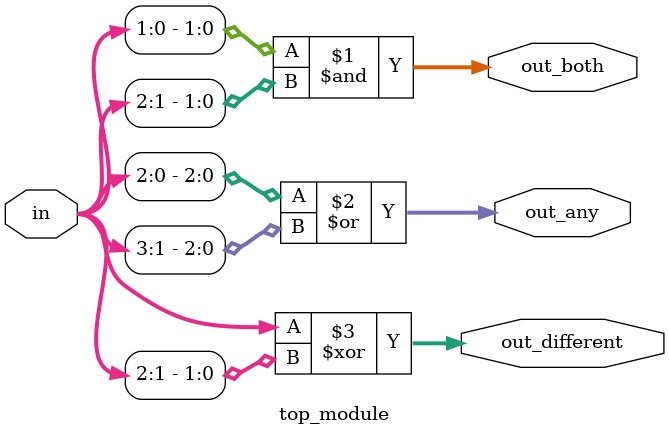
<source format=v>
module top_module( 
    input [3:0] in,
    output [2:0] out_both,
    output [3:1] out_any,
    output [3:0] out_different );

    assign out_both = in[1:0] & in[2:1];
    assign out_any = in[0:2] | in[1:3];
    assign out_different = in[0:3] ^ in[1:2];

endmodule
</source>
